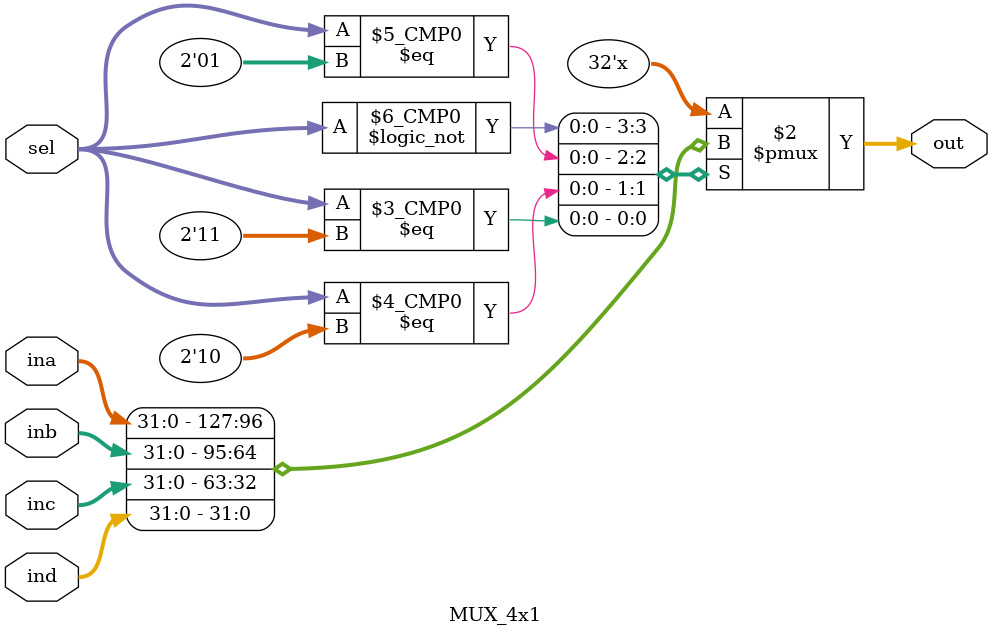
<source format=v>
module MUX_4x1(ina, inb, inc, ind, sel, out);
parameter bit_width = 32;
input [bit_width-1:0] ina , inb , inc , ind; 
input [1:0] sel;

output reg [bit_width-1:0] out;

always@ (*) begin

case (sel)

    2'b00: out <= ina;

    2'b01: out <= inb;
    
    2'b10: out <= inc;
    
    2'b11: out <= ind;
    
endcase
end
endmodule
</source>
